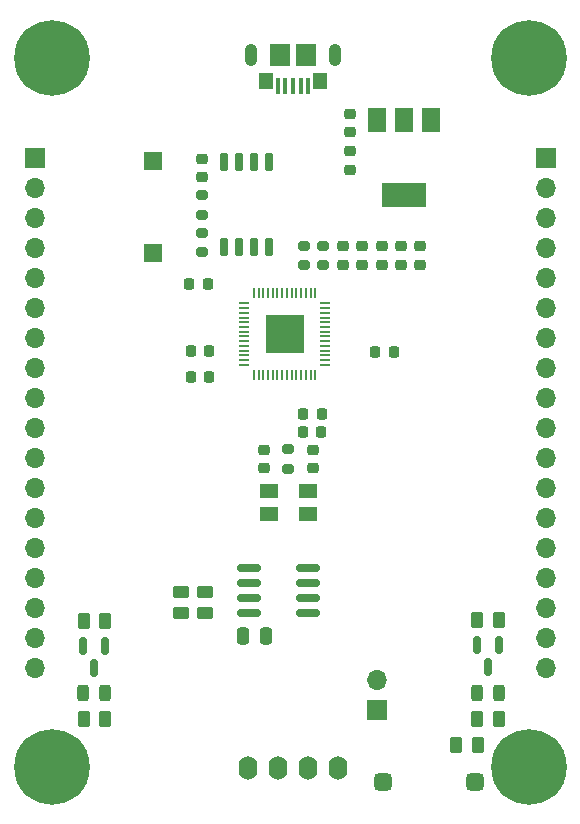
<source format=gbr>
%TF.GenerationSoftware,KiCad,Pcbnew,7.0.9*%
%TF.CreationDate,2023-12-13T11:13:32+03:00*%
%TF.ProjectId,rp2040,72703230-3430-42e6-9b69-6361645f7063,rev?*%
%TF.SameCoordinates,Original*%
%TF.FileFunction,Soldermask,Top*%
%TF.FilePolarity,Negative*%
%FSLAX46Y46*%
G04 Gerber Fmt 4.6, Leading zero omitted, Abs format (unit mm)*
G04 Created by KiCad (PCBNEW 7.0.9) date 2023-12-13 11:13:32*
%MOMM*%
%LPD*%
G01*
G04 APERTURE LIST*
G04 Aperture macros list*
%AMRoundRect*
0 Rectangle with rounded corners*
0 $1 Rounding radius*
0 $2 $3 $4 $5 $6 $7 $8 $9 X,Y pos of 4 corners*
0 Add a 4 corners polygon primitive as box body*
4,1,4,$2,$3,$4,$5,$6,$7,$8,$9,$2,$3,0*
0 Add four circle primitives for the rounded corners*
1,1,$1+$1,$2,$3*
1,1,$1+$1,$4,$5*
1,1,$1+$1,$6,$7*
1,1,$1+$1,$8,$9*
0 Add four rect primitives between the rounded corners*
20,1,$1+$1,$2,$3,$4,$5,0*
20,1,$1+$1,$4,$5,$6,$7,0*
20,1,$1+$1,$6,$7,$8,$9,0*
20,1,$1+$1,$8,$9,$2,$3,0*%
G04 Aperture macros list end*
%ADD10RoundRect,0.150000X0.825000X0.150000X-0.825000X0.150000X-0.825000X-0.150000X0.825000X-0.150000X0*%
%ADD11C,0.800000*%
%ADD12C,6.400000*%
%ADD13RoundRect,0.250000X0.262500X0.450000X-0.262500X0.450000X-0.262500X-0.450000X0.262500X-0.450000X0*%
%ADD14RoundRect,0.225000X0.250000X-0.225000X0.250000X0.225000X-0.250000X0.225000X-0.250000X-0.225000X0*%
%ADD15R,1.700000X1.700000*%
%ADD16O,1.700000X1.700000*%
%ADD17O,1.600000X2.000000*%
%ADD18RoundRect,0.243750X0.243750X0.456250X-0.243750X0.456250X-0.243750X-0.456250X0.243750X-0.456250X0*%
%ADD19RoundRect,0.200000X-0.275000X0.200000X-0.275000X-0.200000X0.275000X-0.200000X0.275000X0.200000X0*%
%ADD20RoundRect,0.250000X0.250000X0.475000X-0.250000X0.475000X-0.250000X-0.475000X0.250000X-0.475000X0*%
%ADD21RoundRect,0.225000X0.225000X0.250000X-0.225000X0.250000X-0.225000X-0.250000X0.225000X-0.250000X0*%
%ADD22RoundRect,0.225000X-0.250000X0.225000X-0.250000X-0.225000X0.250000X-0.225000X0.250000X0.225000X0*%
%ADD23RoundRect,0.250000X0.450000X-0.262500X0.450000X0.262500X-0.450000X0.262500X-0.450000X-0.262500X0*%
%ADD24RoundRect,0.050000X-0.387500X-0.050000X0.387500X-0.050000X0.387500X0.050000X-0.387500X0.050000X0*%
%ADD25RoundRect,0.050000X-0.050000X-0.387500X0.050000X-0.387500X0.050000X0.387500X-0.050000X0.387500X0*%
%ADD26R,3.200000X3.200000*%
%ADD27RoundRect,0.150000X0.150000X-0.650000X0.150000X0.650000X-0.150000X0.650000X-0.150000X-0.650000X0*%
%ADD28RoundRect,0.225000X-0.225000X-0.250000X0.225000X-0.250000X0.225000X0.250000X-0.225000X0.250000X0*%
%ADD29R,1.500000X2.000000*%
%ADD30R,3.800000X2.000000*%
%ADD31R,0.400000X1.400000*%
%ADD32O,1.050000X1.900000*%
%ADD33R,1.150000X1.450000*%
%ADD34R,1.750000X1.900000*%
%ADD35R,1.500000X1.500000*%
%ADD36RoundRect,0.150000X-0.150000X0.587500X-0.150000X-0.587500X0.150000X-0.587500X0.150000X0.587500X0*%
%ADD37RoundRect,0.200000X0.275000X-0.200000X0.275000X0.200000X-0.275000X0.200000X-0.275000X-0.200000X0*%
%ADD38RoundRect,0.250000X-0.262500X-0.450000X0.262500X-0.450000X0.262500X0.450000X-0.262500X0.450000X0*%
%ADD39R,1.600000X1.300000*%
%ADD40RoundRect,0.375000X-0.375000X-0.375000X0.375000X-0.375000X0.375000X0.375000X-0.375000X0.375000X0*%
G04 APERTURE END LIST*
D10*
%TO.C,U1*%
X144015000Y-115725000D03*
X144015000Y-114455000D03*
X144015000Y-113185000D03*
X144015000Y-111915000D03*
X139065000Y-111915000D03*
X139065000Y-113185000D03*
X139065000Y-114455000D03*
X139065000Y-115725000D03*
%TD*%
D11*
%TO.C,H4*%
X119920000Y-128731944D03*
X120622944Y-127034888D03*
X120622944Y-130429000D03*
X122320000Y-126331944D03*
D12*
X122320000Y-128731944D03*
D11*
X122320000Y-131131944D03*
X124017056Y-127034888D03*
X124017056Y-130429000D03*
X124720000Y-128731944D03*
%TD*%
D13*
%TO.C,R12*%
X158400000Y-126925000D03*
X156575000Y-126925000D03*
%TD*%
D14*
%TO.C,C17*%
X147600000Y-78180000D03*
X147600000Y-76630000D03*
%TD*%
D15*
%TO.C,J2*%
X120920000Y-77216000D03*
D16*
X120920000Y-79756000D03*
X120920000Y-82296000D03*
X120920000Y-84836000D03*
X120920000Y-87376000D03*
X120920000Y-89916000D03*
X120920000Y-92456000D03*
X120920000Y-94996000D03*
X120920000Y-97536000D03*
X120920000Y-100076000D03*
X120920000Y-102616000D03*
X120920000Y-105156000D03*
X120920000Y-107696000D03*
X120920000Y-110236000D03*
X120920000Y-112776000D03*
X120920000Y-115316000D03*
X120920000Y-117856000D03*
X120920000Y-120396000D03*
%TD*%
D17*
%TO.C,U5*%
X146600000Y-128837000D03*
X144060000Y-128837000D03*
X141520000Y-128837000D03*
X138980000Y-128837000D03*
%TD*%
D18*
%TO.C,D1*%
X160179000Y-122482000D03*
X158304000Y-122482000D03*
%TD*%
D15*
%TO.C,J4*%
X164140000Y-77216000D03*
D16*
X164140000Y-79756000D03*
X164140000Y-82296000D03*
X164140000Y-84836000D03*
X164140000Y-87376000D03*
X164140000Y-89916000D03*
X164140000Y-92456000D03*
X164140000Y-94996000D03*
X164140000Y-97536000D03*
X164140000Y-100076000D03*
X164140000Y-102616000D03*
X164140000Y-105156000D03*
X164140000Y-107696000D03*
X164140000Y-110236000D03*
X164140000Y-112776000D03*
X164140000Y-115316000D03*
X164140000Y-117856000D03*
X164140000Y-120396000D03*
%TD*%
D19*
%TO.C,R2*%
X145330500Y-84646000D03*
X145330500Y-86296000D03*
%TD*%
D15*
%TO.C,J3*%
X149860000Y-123952000D03*
D16*
X149860000Y-121412000D03*
%TD*%
D19*
%TO.C,R11*%
X142370000Y-101855000D03*
X142370000Y-103505000D03*
%TD*%
D14*
%TO.C,C7*%
X153543000Y-86246000D03*
X153543000Y-84696000D03*
%TD*%
D20*
%TO.C,C1*%
X140460000Y-117690000D03*
X138560000Y-117690000D03*
%TD*%
D21*
%TO.C,C8*%
X135522000Y-87884000D03*
X133972000Y-87884000D03*
%TD*%
D11*
%TO.C,H1*%
X119920000Y-68707000D03*
X120622944Y-67009944D03*
X120622944Y-70404056D03*
X122320000Y-66307000D03*
D12*
X122320000Y-68707000D03*
D11*
X122320000Y-71107000D03*
X124017056Y-67009944D03*
X124017056Y-70404056D03*
X124720000Y-68707000D03*
%TD*%
D22*
%TO.C,C14*%
X144440000Y-101905000D03*
X144440000Y-103455000D03*
%TD*%
D14*
%TO.C,C3*%
X146973000Y-86246000D03*
X146973000Y-84696000D03*
%TD*%
D21*
%TO.C,C9*%
X135645000Y-93550000D03*
X134095000Y-93550000D03*
%TD*%
D23*
%TO.C,R3*%
X133290000Y-115742500D03*
X133290000Y-113917500D03*
%TD*%
D24*
%TO.C,U2*%
X138605000Y-89510000D03*
X138605000Y-89910000D03*
X138605000Y-90310000D03*
X138605000Y-90710000D03*
X138605000Y-91110000D03*
X138605000Y-91510000D03*
X138605000Y-91910000D03*
X138605000Y-92310000D03*
X138605000Y-92710000D03*
X138605000Y-93110000D03*
X138605000Y-93510000D03*
X138605000Y-93910000D03*
X138605000Y-94310000D03*
X138605000Y-94710000D03*
D25*
X139442500Y-95547500D03*
X139842500Y-95547500D03*
X140242500Y-95547500D03*
X140642500Y-95547500D03*
X141042500Y-95547500D03*
X141442500Y-95547500D03*
X141842500Y-95547500D03*
X142242500Y-95547500D03*
X142642500Y-95547500D03*
X143042500Y-95547500D03*
X143442500Y-95547500D03*
X143842500Y-95547500D03*
X144242500Y-95547500D03*
X144642500Y-95547500D03*
D24*
X145480000Y-94710000D03*
X145480000Y-94310000D03*
X145480000Y-93910000D03*
X145480000Y-93510000D03*
X145480000Y-93110000D03*
X145480000Y-92710000D03*
X145480000Y-92310000D03*
X145480000Y-91910000D03*
X145480000Y-91510000D03*
X145480000Y-91110000D03*
X145480000Y-90710000D03*
X145480000Y-90310000D03*
X145480000Y-89910000D03*
X145480000Y-89510000D03*
D25*
X144642500Y-88672500D03*
X144242500Y-88672500D03*
X143842500Y-88672500D03*
X143442500Y-88672500D03*
X143042500Y-88672500D03*
X142642500Y-88672500D03*
X142242500Y-88672500D03*
X141842500Y-88672500D03*
X141442500Y-88672500D03*
X141042500Y-88672500D03*
X140642500Y-88672500D03*
X140242500Y-88672500D03*
X139842500Y-88672500D03*
X139442500Y-88672500D03*
D26*
X142042500Y-92110000D03*
%TD*%
D27*
%TO.C,U3*%
X136895000Y-84770000D03*
X138165000Y-84770000D03*
X139435000Y-84770000D03*
X140705000Y-84770000D03*
X140705000Y-77570000D03*
X139435000Y-77570000D03*
X138165000Y-77570000D03*
X136895000Y-77570000D03*
%TD*%
D28*
%TO.C,C10*%
X134099000Y-95758000D03*
X135649000Y-95758000D03*
%TD*%
D23*
%TO.C,R4*%
X135340000Y-115742500D03*
X135340000Y-113917500D03*
%TD*%
D29*
%TO.C,U4*%
X154460000Y-74010000D03*
X152160000Y-74010000D03*
D30*
X152160000Y-80310000D03*
D29*
X149860000Y-74010000D03*
%TD*%
D31*
%TO.C,J1*%
X144048000Y-71120000D03*
X143398000Y-71120000D03*
X142748000Y-71120000D03*
X142098000Y-71120000D03*
X141448000Y-71120000D03*
D32*
X146323000Y-68470000D03*
D33*
X145068000Y-70700000D03*
D34*
X143873000Y-68470000D03*
X141623000Y-68470000D03*
D33*
X140428000Y-70700000D03*
D32*
X139173000Y-68470000D03*
%TD*%
D35*
%TO.C,SW1*%
X130890000Y-77450000D03*
X130890000Y-85250000D03*
%TD*%
D14*
%TO.C,C13*%
X140300000Y-103455000D03*
X140300000Y-101905000D03*
%TD*%
D36*
%TO.C,Q1*%
X160211500Y-118439500D03*
X158311500Y-118439500D03*
X159261500Y-120314500D03*
%TD*%
%TO.C,Q2*%
X126868000Y-118491000D03*
X124968000Y-118491000D03*
X125918000Y-120366000D03*
%TD*%
D11*
%TO.C,H2*%
X160340000Y-68707000D03*
X161042944Y-67009944D03*
X161042944Y-70404056D03*
X162740000Y-66307000D03*
D12*
X162740000Y-68707000D03*
D11*
X162740000Y-71107000D03*
X164437056Y-67009944D03*
X164437056Y-70404056D03*
X165140000Y-68707000D03*
%TD*%
D14*
%TO.C,C6*%
X151900500Y-86246000D03*
X151900500Y-84696000D03*
%TD*%
D37*
%TO.C,R10*%
X135060000Y-82025000D03*
X135060000Y-80375000D03*
%TD*%
D19*
%TO.C,R1*%
X143688000Y-84646000D03*
X143688000Y-86296000D03*
%TD*%
D28*
%TO.C,C12*%
X143615000Y-100370000D03*
X145165000Y-100370000D03*
%TD*%
%TO.C,C11*%
X149720000Y-93599000D03*
X151270000Y-93599000D03*
%TD*%
D18*
%TO.C,D2*%
X126835500Y-122533500D03*
X124960500Y-122533500D03*
%TD*%
D22*
%TO.C,C15*%
X147600000Y-73475000D03*
X147600000Y-75025000D03*
%TD*%
%TO.C,C16*%
X135060000Y-77270000D03*
X135060000Y-78820000D03*
%TD*%
D38*
%TO.C,R6*%
X158369000Y-124664500D03*
X160194000Y-124664500D03*
%TD*%
D28*
%TO.C,C2*%
X143625000Y-98890000D03*
X145175000Y-98890000D03*
%TD*%
D13*
%TO.C,R8*%
X126850500Y-116383500D03*
X125025500Y-116383500D03*
%TD*%
D14*
%TO.C,C5*%
X150258000Y-86246000D03*
X150258000Y-84696000D03*
%TD*%
D13*
%TO.C,R5*%
X160194000Y-116332000D03*
X158369000Y-116332000D03*
%TD*%
D39*
%TO.C,Y1*%
X144030000Y-105385000D03*
X140730000Y-105385000D03*
X140730000Y-107385000D03*
X144030000Y-107385000D03*
%TD*%
D11*
%TO.C,H3*%
X160340000Y-128731944D03*
X161042944Y-127034888D03*
X161042944Y-130429000D03*
X162740000Y-126331944D03*
D12*
X162740000Y-128731944D03*
D11*
X162740000Y-131131944D03*
X164437056Y-127034888D03*
X164437056Y-130429000D03*
X165140000Y-128731944D03*
%TD*%
D37*
%TO.C,R7*%
X135060000Y-85180000D03*
X135060000Y-83530000D03*
%TD*%
D38*
%TO.C,R9*%
X125025500Y-124716000D03*
X126850500Y-124716000D03*
%TD*%
D14*
%TO.C,C4*%
X148615500Y-86246000D03*
X148615500Y-84696000D03*
%TD*%
D40*
%TO.C,SW2*%
X150350000Y-130050000D03*
X158150000Y-130050000D03*
%TD*%
M02*

</source>
